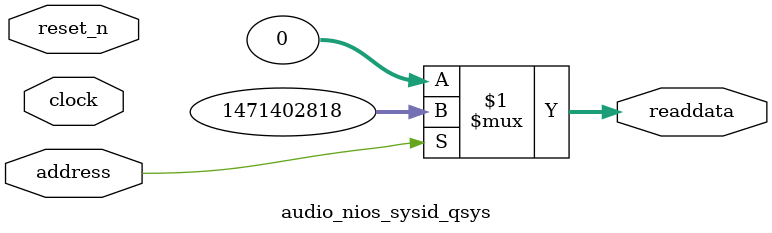
<source format=v>



// synthesis translate_off
`timescale 1ns / 1ps
// synthesis translate_on

// turn off superfluous verilog processor warnings 
// altera message_level Level1 
// altera message_off 10034 10035 10036 10037 10230 10240 10030 

module audio_nios_sysid_qsys (
               // inputs:
                address,
                clock,
                reset_n,

               // outputs:
                readdata
             )
;

  output  [ 31: 0] readdata;
  input            address;
  input            clock;
  input            reset_n;

  wire    [ 31: 0] readdata;
  //control_slave, which is an e_avalon_slave
  assign readdata = address ? 1471402818 : 0;

endmodule



</source>
